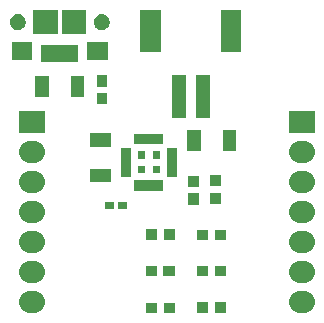
<source format=gts>
%TF.GenerationSoftware,KiCad,Pcbnew,4.0.5-e0-6337~49~ubuntu16.04.1*%
%TF.CreationDate,2017-08-14T13:56:54-07:00*%
%TF.ProjectId,mcp73871-battery-mgmt-breakout,6D637037333837312D62617474657279,1.0*%
%TF.FileFunction,Soldermask,Top*%
%FSLAX46Y46*%
G04 Gerber Fmt 4.6, Leading zero omitted, Abs format (unit mm)*
G04 Created by KiCad (PCBNEW 4.0.5-e0-6337~49~ubuntu16.04.1) date Mon Aug 14 13:56:54 2017*
%MOMM*%
%LPD*%
G01*
G04 APERTURE LIST*
%ADD10C,0.350000*%
G04 APERTURE END LIST*
D10*
G36*
X37561600Y-45968000D02*
X36609200Y-45968000D01*
X36609200Y-45065600D01*
X37561600Y-45065600D01*
X37561600Y-45968000D01*
X37561600Y-45968000D01*
G37*
G36*
X36061600Y-45968000D02*
X35109200Y-45968000D01*
X35109200Y-45065600D01*
X36061600Y-45065600D01*
X36061600Y-45968000D01*
X36061600Y-45968000D01*
G37*
G36*
X48454149Y-44069077D02*
X48454154Y-44069078D01*
X48456207Y-44069092D01*
X48638480Y-44089537D01*
X48813312Y-44144997D01*
X48974041Y-44233358D01*
X49114546Y-44351256D01*
X49229476Y-44494200D01*
X49314452Y-44656745D01*
X49366239Y-44832699D01*
X49366243Y-44832740D01*
X49366244Y-44832744D01*
X49382863Y-45015358D01*
X49377582Y-45065600D01*
X49363690Y-45197773D01*
X49309452Y-45372987D01*
X49222215Y-45534329D01*
X49105300Y-45675655D01*
X48963162Y-45791579D01*
X48801215Y-45877688D01*
X48625626Y-45930702D01*
X48443085Y-45948600D01*
X48127683Y-45948600D01*
X48116651Y-45948523D01*
X48116646Y-45948522D01*
X48114593Y-45948508D01*
X47932320Y-45928063D01*
X47757488Y-45872603D01*
X47596759Y-45784242D01*
X47456254Y-45666344D01*
X47341324Y-45523400D01*
X47256348Y-45360855D01*
X47204561Y-45184901D01*
X47204557Y-45184860D01*
X47204556Y-45184856D01*
X47187937Y-45002242D01*
X47207105Y-44819874D01*
X47207110Y-44819827D01*
X47261348Y-44644613D01*
X47348585Y-44483271D01*
X47465500Y-44341945D01*
X47607638Y-44226021D01*
X47769585Y-44139912D01*
X47945174Y-44086898D01*
X48127715Y-44069000D01*
X48443117Y-44069000D01*
X48454149Y-44069077D01*
X48454149Y-44069077D01*
G37*
G36*
X25594149Y-44069077D02*
X25594154Y-44069078D01*
X25596207Y-44069092D01*
X25778480Y-44089537D01*
X25953312Y-44144997D01*
X26114041Y-44233358D01*
X26254546Y-44351256D01*
X26369476Y-44494200D01*
X26454452Y-44656745D01*
X26506239Y-44832699D01*
X26506243Y-44832740D01*
X26506244Y-44832744D01*
X26522863Y-45015358D01*
X26517582Y-45065600D01*
X26503690Y-45197773D01*
X26449452Y-45372987D01*
X26362215Y-45534329D01*
X26245300Y-45675655D01*
X26103162Y-45791579D01*
X25941215Y-45877688D01*
X25765626Y-45930702D01*
X25583085Y-45948600D01*
X25267683Y-45948600D01*
X25256651Y-45948523D01*
X25256646Y-45948522D01*
X25254593Y-45948508D01*
X25072320Y-45928063D01*
X24897488Y-45872603D01*
X24736759Y-45784242D01*
X24596254Y-45666344D01*
X24481324Y-45523400D01*
X24396348Y-45360855D01*
X24344561Y-45184901D01*
X24344557Y-45184860D01*
X24344556Y-45184856D01*
X24327937Y-45002242D01*
X24347105Y-44819874D01*
X24347110Y-44819827D01*
X24401348Y-44644613D01*
X24488585Y-44483271D01*
X24605500Y-44341945D01*
X24747638Y-44226021D01*
X24909585Y-44139912D01*
X25085174Y-44086898D01*
X25267715Y-44069000D01*
X25583117Y-44069000D01*
X25594149Y-44069077D01*
X25594149Y-44069077D01*
G37*
G36*
X40379600Y-45932000D02*
X39427200Y-45932000D01*
X39427200Y-45029600D01*
X40379600Y-45029600D01*
X40379600Y-45932000D01*
X40379600Y-45932000D01*
G37*
G36*
X41879600Y-45932000D02*
X40927200Y-45932000D01*
X40927200Y-45029600D01*
X41879600Y-45029600D01*
X41879600Y-45932000D01*
X41879600Y-45932000D01*
G37*
G36*
X48454149Y-41529077D02*
X48454154Y-41529078D01*
X48456207Y-41529092D01*
X48638480Y-41549537D01*
X48813312Y-41604997D01*
X48974041Y-41693358D01*
X49114546Y-41811256D01*
X49229476Y-41954200D01*
X49314452Y-42116745D01*
X49366239Y-42292699D01*
X49366243Y-42292740D01*
X49366244Y-42292744D01*
X49382863Y-42475358D01*
X49365048Y-42644856D01*
X49363690Y-42657773D01*
X49309452Y-42832987D01*
X49222215Y-42994329D01*
X49105300Y-43135655D01*
X48963162Y-43251579D01*
X48801215Y-43337688D01*
X48625626Y-43390702D01*
X48443085Y-43408600D01*
X48127683Y-43408600D01*
X48116651Y-43408523D01*
X48116646Y-43408522D01*
X48114593Y-43408508D01*
X47932320Y-43388063D01*
X47757488Y-43332603D01*
X47596759Y-43244242D01*
X47456254Y-43126344D01*
X47341324Y-42983400D01*
X47256348Y-42820855D01*
X47204561Y-42644901D01*
X47204557Y-42644860D01*
X47204556Y-42644856D01*
X47187937Y-42462242D01*
X47207105Y-42279874D01*
X47207110Y-42279827D01*
X47261348Y-42104613D01*
X47348585Y-41943271D01*
X47465500Y-41801945D01*
X47607638Y-41686021D01*
X47769585Y-41599912D01*
X47945174Y-41546898D01*
X48127715Y-41529000D01*
X48443117Y-41529000D01*
X48454149Y-41529077D01*
X48454149Y-41529077D01*
G37*
G36*
X25594149Y-41529077D02*
X25594154Y-41529078D01*
X25596207Y-41529092D01*
X25778480Y-41549537D01*
X25953312Y-41604997D01*
X26114041Y-41693358D01*
X26254546Y-41811256D01*
X26369476Y-41954200D01*
X26454452Y-42116745D01*
X26506239Y-42292699D01*
X26506243Y-42292740D01*
X26506244Y-42292744D01*
X26522863Y-42475358D01*
X26505048Y-42644856D01*
X26503690Y-42657773D01*
X26449452Y-42832987D01*
X26362215Y-42994329D01*
X26245300Y-43135655D01*
X26103162Y-43251579D01*
X25941215Y-43337688D01*
X25765626Y-43390702D01*
X25583085Y-43408600D01*
X25267683Y-43408600D01*
X25256651Y-43408523D01*
X25256646Y-43408522D01*
X25254593Y-43408508D01*
X25072320Y-43388063D01*
X24897488Y-43332603D01*
X24736759Y-43244242D01*
X24596254Y-43126344D01*
X24481324Y-42983400D01*
X24396348Y-42820855D01*
X24344561Y-42644901D01*
X24344557Y-42644860D01*
X24344556Y-42644856D01*
X24327937Y-42462242D01*
X24347105Y-42279874D01*
X24347110Y-42279827D01*
X24401348Y-42104613D01*
X24488585Y-41943271D01*
X24605500Y-41801945D01*
X24747638Y-41686021D01*
X24909585Y-41599912D01*
X25085174Y-41546898D01*
X25267715Y-41529000D01*
X25583117Y-41529000D01*
X25594149Y-41529077D01*
X25594149Y-41529077D01*
G37*
G36*
X36021728Y-42832162D02*
X35069328Y-42832162D01*
X35069328Y-41929762D01*
X36021728Y-41929762D01*
X36021728Y-42832162D01*
X36021728Y-42832162D01*
G37*
G36*
X37521728Y-42832162D02*
X36569328Y-42832162D01*
X36569328Y-41929762D01*
X37521728Y-41929762D01*
X37521728Y-42832162D01*
X37521728Y-42832162D01*
G37*
G36*
X40379600Y-42832162D02*
X39427200Y-42832162D01*
X39427200Y-41929762D01*
X40379600Y-41929762D01*
X40379600Y-42832162D01*
X40379600Y-42832162D01*
G37*
G36*
X41879600Y-42832162D02*
X40927200Y-42832162D01*
X40927200Y-41929762D01*
X41879600Y-41929762D01*
X41879600Y-42832162D01*
X41879600Y-42832162D01*
G37*
G36*
X48454149Y-38989077D02*
X48454154Y-38989078D01*
X48456207Y-38989092D01*
X48638480Y-39009537D01*
X48813312Y-39064997D01*
X48974041Y-39153358D01*
X49114546Y-39271256D01*
X49229476Y-39414200D01*
X49314452Y-39576745D01*
X49366239Y-39752699D01*
X49366243Y-39752740D01*
X49366244Y-39752744D01*
X49382863Y-39935358D01*
X49365048Y-40104856D01*
X49363690Y-40117773D01*
X49309452Y-40292987D01*
X49222215Y-40454329D01*
X49105300Y-40595655D01*
X48963162Y-40711579D01*
X48801215Y-40797688D01*
X48625626Y-40850702D01*
X48443085Y-40868600D01*
X48127683Y-40868600D01*
X48116651Y-40868523D01*
X48116646Y-40868522D01*
X48114593Y-40868508D01*
X47932320Y-40848063D01*
X47757488Y-40792603D01*
X47596759Y-40704242D01*
X47456254Y-40586344D01*
X47341324Y-40443400D01*
X47256348Y-40280855D01*
X47204561Y-40104901D01*
X47204557Y-40104860D01*
X47204556Y-40104856D01*
X47187937Y-39922242D01*
X47207105Y-39739874D01*
X47207110Y-39739827D01*
X47261348Y-39564613D01*
X47348585Y-39403271D01*
X47465500Y-39261945D01*
X47607638Y-39146021D01*
X47769585Y-39059912D01*
X47945174Y-39006898D01*
X48127715Y-38989000D01*
X48443117Y-38989000D01*
X48454149Y-38989077D01*
X48454149Y-38989077D01*
G37*
G36*
X25594149Y-38989077D02*
X25594154Y-38989078D01*
X25596207Y-38989092D01*
X25778480Y-39009537D01*
X25953312Y-39064997D01*
X26114041Y-39153358D01*
X26254546Y-39271256D01*
X26369476Y-39414200D01*
X26454452Y-39576745D01*
X26506239Y-39752699D01*
X26506243Y-39752740D01*
X26506244Y-39752744D01*
X26522863Y-39935358D01*
X26505048Y-40104856D01*
X26503690Y-40117773D01*
X26449452Y-40292987D01*
X26362215Y-40454329D01*
X26245300Y-40595655D01*
X26103162Y-40711579D01*
X25941215Y-40797688D01*
X25765626Y-40850702D01*
X25583085Y-40868600D01*
X25267683Y-40868600D01*
X25256651Y-40868523D01*
X25256646Y-40868522D01*
X25254593Y-40868508D01*
X25072320Y-40848063D01*
X24897488Y-40792603D01*
X24736759Y-40704242D01*
X24596254Y-40586344D01*
X24481324Y-40443400D01*
X24396348Y-40280855D01*
X24344561Y-40104901D01*
X24344557Y-40104860D01*
X24344556Y-40104856D01*
X24327937Y-39922242D01*
X24347105Y-39739874D01*
X24347110Y-39739827D01*
X24401348Y-39564613D01*
X24488585Y-39403271D01*
X24605500Y-39261945D01*
X24747638Y-39146021D01*
X24909585Y-39059912D01*
X25085174Y-39006898D01*
X25267715Y-38989000D01*
X25583117Y-38989000D01*
X25594149Y-38989077D01*
X25594149Y-38989077D01*
G37*
G36*
X40379600Y-39793490D02*
X39427200Y-39793490D01*
X39427200Y-38891090D01*
X40379600Y-38891090D01*
X40379600Y-39793490D01*
X40379600Y-39793490D01*
G37*
G36*
X41879600Y-39793490D02*
X40927200Y-39793490D01*
X40927200Y-38891090D01*
X41879600Y-38891090D01*
X41879600Y-39793490D01*
X41879600Y-39793490D01*
G37*
G36*
X37561600Y-39743490D02*
X36609200Y-39743490D01*
X36609200Y-38841090D01*
X37561600Y-38841090D01*
X37561600Y-39743490D01*
X37561600Y-39743490D01*
G37*
G36*
X36061600Y-39743490D02*
X35109200Y-39743490D01*
X35109200Y-38841090D01*
X36061600Y-38841090D01*
X36061600Y-39743490D01*
X36061600Y-39743490D01*
G37*
G36*
X48454149Y-36449077D02*
X48454154Y-36449078D01*
X48456207Y-36449092D01*
X48638480Y-36469537D01*
X48813312Y-36524997D01*
X48974041Y-36613358D01*
X49114546Y-36731256D01*
X49229476Y-36874200D01*
X49314452Y-37036745D01*
X49366239Y-37212699D01*
X49366243Y-37212740D01*
X49366244Y-37212744D01*
X49382863Y-37395358D01*
X49365048Y-37564856D01*
X49363690Y-37577773D01*
X49309452Y-37752987D01*
X49222215Y-37914329D01*
X49105300Y-38055655D01*
X48963162Y-38171579D01*
X48801215Y-38257688D01*
X48625626Y-38310702D01*
X48443085Y-38328600D01*
X48127683Y-38328600D01*
X48116651Y-38328523D01*
X48116646Y-38328522D01*
X48114593Y-38328508D01*
X47932320Y-38308063D01*
X47757488Y-38252603D01*
X47596759Y-38164242D01*
X47456254Y-38046344D01*
X47341324Y-37903400D01*
X47256348Y-37740855D01*
X47204561Y-37564901D01*
X47204557Y-37564860D01*
X47204556Y-37564856D01*
X47187937Y-37382242D01*
X47207105Y-37199874D01*
X47207110Y-37199827D01*
X47261348Y-37024613D01*
X47348585Y-36863271D01*
X47465500Y-36721945D01*
X47607638Y-36606021D01*
X47769585Y-36519912D01*
X47945174Y-36466898D01*
X48127715Y-36449000D01*
X48443117Y-36449000D01*
X48454149Y-36449077D01*
X48454149Y-36449077D01*
G37*
G36*
X25594149Y-36449077D02*
X25594154Y-36449078D01*
X25596207Y-36449092D01*
X25778480Y-36469537D01*
X25953312Y-36524997D01*
X26114041Y-36613358D01*
X26254546Y-36731256D01*
X26369476Y-36874200D01*
X26454452Y-37036745D01*
X26506239Y-37212699D01*
X26506243Y-37212740D01*
X26506244Y-37212744D01*
X26522863Y-37395358D01*
X26505048Y-37564856D01*
X26503690Y-37577773D01*
X26449452Y-37752987D01*
X26362215Y-37914329D01*
X26245300Y-38055655D01*
X26103162Y-38171579D01*
X25941215Y-38257688D01*
X25765626Y-38310702D01*
X25583085Y-38328600D01*
X25267683Y-38328600D01*
X25256651Y-38328523D01*
X25256646Y-38328522D01*
X25254593Y-38328508D01*
X25072320Y-38308063D01*
X24897488Y-38252603D01*
X24736759Y-38164242D01*
X24596254Y-38046344D01*
X24481324Y-37903400D01*
X24396348Y-37740855D01*
X24344561Y-37564901D01*
X24344557Y-37564860D01*
X24344556Y-37564856D01*
X24327937Y-37382242D01*
X24347105Y-37199874D01*
X24347110Y-37199827D01*
X24401348Y-37024613D01*
X24488585Y-36863271D01*
X24605500Y-36721945D01*
X24747638Y-36606021D01*
X24909585Y-36519912D01*
X25085174Y-36466898D01*
X25267715Y-36449000D01*
X25583117Y-36449000D01*
X25594149Y-36449077D01*
X25594149Y-36449077D01*
G37*
G36*
X33441600Y-37175000D02*
X32689200Y-37175000D01*
X32689200Y-36522600D01*
X33441600Y-36522600D01*
X33441600Y-37175000D01*
X33441600Y-37175000D01*
G37*
G36*
X32341600Y-37175000D02*
X31589200Y-37175000D01*
X31589200Y-36522600D01*
X32341600Y-36522600D01*
X32341600Y-37175000D01*
X32341600Y-37175000D01*
G37*
G36*
X39566600Y-36775000D02*
X38664200Y-36775000D01*
X38664200Y-35822600D01*
X39566600Y-35822600D01*
X39566600Y-36775000D01*
X39566600Y-36775000D01*
G37*
G36*
X41416600Y-36725000D02*
X40514200Y-36725000D01*
X40514200Y-35772600D01*
X41416600Y-35772600D01*
X41416600Y-36725000D01*
X41416600Y-36725000D01*
G37*
G36*
X25594149Y-33909077D02*
X25594154Y-33909078D01*
X25596207Y-33909092D01*
X25778480Y-33929537D01*
X25953312Y-33984997D01*
X26114041Y-34073358D01*
X26254546Y-34191256D01*
X26369476Y-34334200D01*
X26454452Y-34496745D01*
X26506239Y-34672699D01*
X26506243Y-34672740D01*
X26506244Y-34672744D01*
X26522863Y-34855358D01*
X26521429Y-34869000D01*
X26503690Y-35037773D01*
X26449452Y-35212987D01*
X26362215Y-35374329D01*
X26245300Y-35515655D01*
X26103162Y-35631579D01*
X25941215Y-35717688D01*
X25765626Y-35770702D01*
X25583085Y-35788600D01*
X25267683Y-35788600D01*
X25256651Y-35788523D01*
X25256646Y-35788522D01*
X25254593Y-35788508D01*
X25072320Y-35768063D01*
X24897488Y-35712603D01*
X24736759Y-35624242D01*
X24596254Y-35506344D01*
X24481324Y-35363400D01*
X24396348Y-35200855D01*
X24344561Y-35024901D01*
X24344557Y-35024860D01*
X24344556Y-35024856D01*
X24327937Y-34842242D01*
X24347105Y-34659874D01*
X24347110Y-34659827D01*
X24401348Y-34484613D01*
X24488585Y-34323271D01*
X24605500Y-34181945D01*
X24747638Y-34066021D01*
X24909585Y-33979912D01*
X25085174Y-33926898D01*
X25267715Y-33909000D01*
X25583117Y-33909000D01*
X25594149Y-33909077D01*
X25594149Y-33909077D01*
G37*
G36*
X48454149Y-33909077D02*
X48454154Y-33909078D01*
X48456207Y-33909092D01*
X48638480Y-33929537D01*
X48813312Y-33984997D01*
X48974041Y-34073358D01*
X49114546Y-34191256D01*
X49229476Y-34334200D01*
X49314452Y-34496745D01*
X49366239Y-34672699D01*
X49366243Y-34672740D01*
X49366244Y-34672744D01*
X49382863Y-34855358D01*
X49381429Y-34869000D01*
X49363690Y-35037773D01*
X49309452Y-35212987D01*
X49222215Y-35374329D01*
X49105300Y-35515655D01*
X48963162Y-35631579D01*
X48801215Y-35717688D01*
X48625626Y-35770702D01*
X48443085Y-35788600D01*
X48127683Y-35788600D01*
X48116651Y-35788523D01*
X48116646Y-35788522D01*
X48114593Y-35788508D01*
X47932320Y-35768063D01*
X47757488Y-35712603D01*
X47596759Y-35624242D01*
X47456254Y-35506344D01*
X47341324Y-35363400D01*
X47256348Y-35200855D01*
X47204561Y-35024901D01*
X47204557Y-35024860D01*
X47204556Y-35024856D01*
X47187937Y-34842242D01*
X47207105Y-34659874D01*
X47207110Y-34659827D01*
X47261348Y-34484613D01*
X47348585Y-34323271D01*
X47465500Y-34181945D01*
X47607638Y-34066021D01*
X47769585Y-33979912D01*
X47945174Y-33926898D01*
X48127715Y-33909000D01*
X48443117Y-33909000D01*
X48454149Y-33909077D01*
X48454149Y-33909077D01*
G37*
G36*
X36566600Y-35580000D02*
X34114200Y-35580000D01*
X34114200Y-34697600D01*
X36566600Y-34697600D01*
X36566600Y-35580000D01*
X36566600Y-35580000D01*
G37*
G36*
X39566600Y-35275000D02*
X38664200Y-35275000D01*
X38664200Y-34322600D01*
X39566600Y-34322600D01*
X39566600Y-35275000D01*
X39566600Y-35275000D01*
G37*
G36*
X41416600Y-35225000D02*
X40514200Y-35225000D01*
X40514200Y-34272600D01*
X41416600Y-34272600D01*
X41416600Y-35225000D01*
X41416600Y-35225000D01*
G37*
G36*
X32143600Y-34869000D02*
X30391200Y-34869000D01*
X30391200Y-33716600D01*
X32143600Y-33716600D01*
X32143600Y-34869000D01*
X32143600Y-34869000D01*
G37*
G36*
X37746600Y-34400000D02*
X36864200Y-34400000D01*
X36864200Y-31947600D01*
X37746600Y-31947600D01*
X37746600Y-34400000D01*
X37746600Y-34400000D01*
G37*
G36*
X33816600Y-34400000D02*
X32934200Y-34400000D01*
X32934200Y-31947600D01*
X33816600Y-31947600D01*
X33816600Y-34400000D01*
X33816600Y-34400000D01*
G37*
G36*
X35035600Y-34119000D02*
X34395200Y-34119000D01*
X34395200Y-33478600D01*
X35035600Y-33478600D01*
X35035600Y-34119000D01*
X35035600Y-34119000D01*
G37*
G36*
X36285600Y-34119000D02*
X35645200Y-34119000D01*
X35645200Y-33478600D01*
X36285600Y-33478600D01*
X36285600Y-34119000D01*
X36285600Y-34119000D01*
G37*
G36*
X48454149Y-31369077D02*
X48454154Y-31369078D01*
X48456207Y-31369092D01*
X48638480Y-31389537D01*
X48813312Y-31444997D01*
X48974041Y-31533358D01*
X49114546Y-31651256D01*
X49229476Y-31794200D01*
X49314452Y-31956745D01*
X49366239Y-32132699D01*
X49366243Y-32132740D01*
X49366244Y-32132744D01*
X49382863Y-32315358D01*
X49365048Y-32484856D01*
X49363690Y-32497773D01*
X49309452Y-32672987D01*
X49222215Y-32834329D01*
X49105300Y-32975655D01*
X48963162Y-33091579D01*
X48801215Y-33177688D01*
X48625626Y-33230702D01*
X48443085Y-33248600D01*
X48127683Y-33248600D01*
X48116651Y-33248523D01*
X48116646Y-33248522D01*
X48114593Y-33248508D01*
X47932320Y-33228063D01*
X47757488Y-33172603D01*
X47596759Y-33084242D01*
X47456254Y-32966344D01*
X47341324Y-32823400D01*
X47256348Y-32660855D01*
X47204561Y-32484901D01*
X47204557Y-32484860D01*
X47204556Y-32484856D01*
X47187937Y-32302242D01*
X47207105Y-32119874D01*
X47207110Y-32119827D01*
X47261348Y-31944613D01*
X47348585Y-31783271D01*
X47465500Y-31641945D01*
X47607638Y-31526021D01*
X47769585Y-31439912D01*
X47945174Y-31386898D01*
X48127715Y-31369000D01*
X48443117Y-31369000D01*
X48454149Y-31369077D01*
X48454149Y-31369077D01*
G37*
G36*
X25594149Y-31369077D02*
X25594154Y-31369078D01*
X25596207Y-31369092D01*
X25778480Y-31389537D01*
X25953312Y-31444997D01*
X26114041Y-31533358D01*
X26254546Y-31651256D01*
X26369476Y-31794200D01*
X26454452Y-31956745D01*
X26506239Y-32132699D01*
X26506243Y-32132740D01*
X26506244Y-32132744D01*
X26522863Y-32315358D01*
X26505048Y-32484856D01*
X26503690Y-32497773D01*
X26449452Y-32672987D01*
X26362215Y-32834329D01*
X26245300Y-32975655D01*
X26103162Y-33091579D01*
X25941215Y-33177688D01*
X25765626Y-33230702D01*
X25583085Y-33248600D01*
X25267683Y-33248600D01*
X25256651Y-33248523D01*
X25256646Y-33248522D01*
X25254593Y-33248508D01*
X25072320Y-33228063D01*
X24897488Y-33172603D01*
X24736759Y-33084242D01*
X24596254Y-32966344D01*
X24481324Y-32823400D01*
X24396348Y-32660855D01*
X24344561Y-32484901D01*
X24344557Y-32484860D01*
X24344556Y-32484856D01*
X24327937Y-32302242D01*
X24347105Y-32119874D01*
X24347110Y-32119827D01*
X24401348Y-31944613D01*
X24488585Y-31783271D01*
X24605500Y-31641945D01*
X24747638Y-31526021D01*
X24909585Y-31439912D01*
X25085174Y-31386898D01*
X25267715Y-31369000D01*
X25583117Y-31369000D01*
X25594149Y-31369077D01*
X25594149Y-31369077D01*
G37*
G36*
X36285600Y-32869000D02*
X35645200Y-32869000D01*
X35645200Y-32228600D01*
X36285600Y-32228600D01*
X36285600Y-32869000D01*
X36285600Y-32869000D01*
G37*
G36*
X35035600Y-32869000D02*
X34395200Y-32869000D01*
X34395200Y-32228600D01*
X35035600Y-32228600D01*
X35035600Y-32869000D01*
X35035600Y-32869000D01*
G37*
G36*
X39741600Y-32232500D02*
X38589200Y-32232500D01*
X38589200Y-30480100D01*
X39741600Y-30480100D01*
X39741600Y-32232500D01*
X39741600Y-32232500D01*
G37*
G36*
X42741600Y-32232500D02*
X41589200Y-32232500D01*
X41589200Y-30480100D01*
X42741600Y-30480100D01*
X42741600Y-32232500D01*
X42741600Y-32232500D01*
G37*
G36*
X32143600Y-31869000D02*
X30391200Y-31869000D01*
X30391200Y-30716600D01*
X32143600Y-30716600D01*
X32143600Y-31869000D01*
X32143600Y-31869000D01*
G37*
G36*
X36566600Y-31650000D02*
X34114200Y-31650000D01*
X34114200Y-30767600D01*
X36566600Y-30767600D01*
X36566600Y-31650000D01*
X36566600Y-31650000D01*
G37*
G36*
X26517600Y-30708600D02*
X24333200Y-30708600D01*
X24333200Y-28829000D01*
X26517600Y-28829000D01*
X26517600Y-30708600D01*
X26517600Y-30708600D01*
G37*
G36*
X49377600Y-30708600D02*
X47193200Y-30708600D01*
X47193200Y-28829000D01*
X49377600Y-28829000D01*
X49377600Y-30708600D01*
X49377600Y-30708600D01*
G37*
G36*
X38467200Y-29423400D02*
X37314800Y-29423400D01*
X37314800Y-25771000D01*
X38467200Y-25771000D01*
X38467200Y-29423400D01*
X38467200Y-29423400D01*
G37*
G36*
X40467200Y-29423400D02*
X39314800Y-29423400D01*
X39314800Y-25771000D01*
X40467200Y-25771000D01*
X40467200Y-29423400D01*
X40467200Y-29423400D01*
G37*
G36*
X31820200Y-28290600D02*
X30917800Y-28290600D01*
X30917800Y-27338200D01*
X31820200Y-27338200D01*
X31820200Y-28290600D01*
X31820200Y-28290600D01*
G37*
G36*
X29865200Y-27647800D02*
X28712800Y-27647800D01*
X28712800Y-25895400D01*
X29865200Y-25895400D01*
X29865200Y-27647800D01*
X29865200Y-27647800D01*
G37*
G36*
X26865200Y-27647800D02*
X25712800Y-27647800D01*
X25712800Y-25895400D01*
X26865200Y-25895400D01*
X26865200Y-27647800D01*
X26865200Y-27647800D01*
G37*
G36*
X31820200Y-26790600D02*
X30917800Y-26790600D01*
X30917800Y-25838200D01*
X31820200Y-25838200D01*
X31820200Y-26790600D01*
X31820200Y-26790600D01*
G37*
G36*
X29362436Y-24731234D02*
X26210036Y-24731234D01*
X26210036Y-23228834D01*
X29362436Y-23228834D01*
X29362436Y-24731234D01*
X29362436Y-24731234D01*
G37*
G36*
X25462436Y-24531234D02*
X23710036Y-24531234D01*
X23710036Y-22978834D01*
X25462436Y-22978834D01*
X25462436Y-24531234D01*
X25462436Y-24531234D01*
G37*
G36*
X31862436Y-24531234D02*
X30110036Y-24531234D01*
X30110036Y-22978834D01*
X31862436Y-22978834D01*
X31862436Y-24531234D01*
X31862436Y-24531234D01*
G37*
G36*
X43167200Y-23823400D02*
X41414800Y-23823400D01*
X41414800Y-20271000D01*
X43167200Y-20271000D01*
X43167200Y-23823400D01*
X43167200Y-23823400D01*
G37*
G36*
X36367200Y-23823400D02*
X34614800Y-23823400D01*
X34614800Y-20271000D01*
X36367200Y-20271000D01*
X36367200Y-23823400D01*
X36367200Y-23823400D01*
G37*
G36*
X30012436Y-22331234D02*
X27960036Y-22331234D01*
X27960036Y-20278834D01*
X30012436Y-20278834D01*
X30012436Y-22331234D01*
X30012436Y-22331234D01*
G37*
G36*
X27612436Y-22331234D02*
X25560036Y-22331234D01*
X25560036Y-20278834D01*
X27612436Y-20278834D01*
X27612436Y-22331234D01*
X27612436Y-22331234D01*
G37*
G36*
X24307264Y-20629282D02*
X24437158Y-20655946D01*
X24559413Y-20707337D01*
X24669351Y-20781491D01*
X24762788Y-20875583D01*
X24836177Y-20986042D01*
X24886711Y-21108646D01*
X24912398Y-21238375D01*
X24912398Y-21238390D01*
X24912465Y-21238729D01*
X24910350Y-21390194D01*
X24910274Y-21390528D01*
X24910274Y-21390541D01*
X24880972Y-21519512D01*
X24827037Y-21640653D01*
X24750595Y-21749016D01*
X24654562Y-21840467D01*
X24542596Y-21911523D01*
X24418958Y-21959479D01*
X24288367Y-21982506D01*
X24155783Y-21979728D01*
X24026267Y-21951253D01*
X23904746Y-21898161D01*
X23795857Y-21822481D01*
X23703738Y-21727090D01*
X23631901Y-21615620D01*
X23583082Y-21492318D01*
X23559145Y-21361893D01*
X23560996Y-21229295D01*
X23588568Y-21099580D01*
X23640807Y-20977695D01*
X23715729Y-20868276D01*
X23810477Y-20775492D01*
X23921435Y-20702882D01*
X24044393Y-20653204D01*
X24174651Y-20628357D01*
X24307264Y-20629282D01*
X24307264Y-20629282D01*
G37*
G36*
X31407264Y-20629282D02*
X31537158Y-20655946D01*
X31659413Y-20707337D01*
X31769351Y-20781491D01*
X31862788Y-20875583D01*
X31936177Y-20986042D01*
X31986711Y-21108646D01*
X32012398Y-21238375D01*
X32012398Y-21238390D01*
X32012465Y-21238729D01*
X32010350Y-21390194D01*
X32010274Y-21390528D01*
X32010274Y-21390541D01*
X31980972Y-21519512D01*
X31927037Y-21640653D01*
X31850595Y-21749016D01*
X31754562Y-21840467D01*
X31642596Y-21911523D01*
X31518958Y-21959479D01*
X31388367Y-21982506D01*
X31255783Y-21979728D01*
X31126267Y-21951253D01*
X31004746Y-21898161D01*
X30895857Y-21822481D01*
X30803738Y-21727090D01*
X30731901Y-21615620D01*
X30683082Y-21492318D01*
X30659145Y-21361893D01*
X30660996Y-21229295D01*
X30688568Y-21099580D01*
X30740807Y-20977695D01*
X30815729Y-20868276D01*
X30910477Y-20775492D01*
X31021435Y-20702882D01*
X31144393Y-20653204D01*
X31274651Y-20628357D01*
X31407264Y-20629282D01*
X31407264Y-20629282D01*
G37*
M02*

</source>
